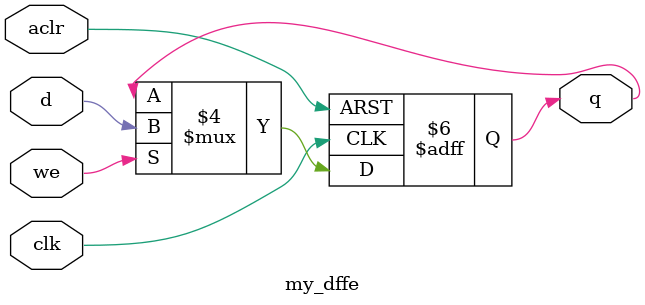
<source format=v>
module my_dffe(d,aclr,clk,q,we);
		input d, aclr, clk, we;
		output q;
		reg q;
		
		
		initial
		begin 
			q = 1'b0;
		end
		
	

		always @(posedge clk or negedge aclr) begin
			if(~aclr) begin
				q <= 1'b0;
				end 
			else if(we)begin
				q <= d;
				end
		end
endmodule 

</source>
